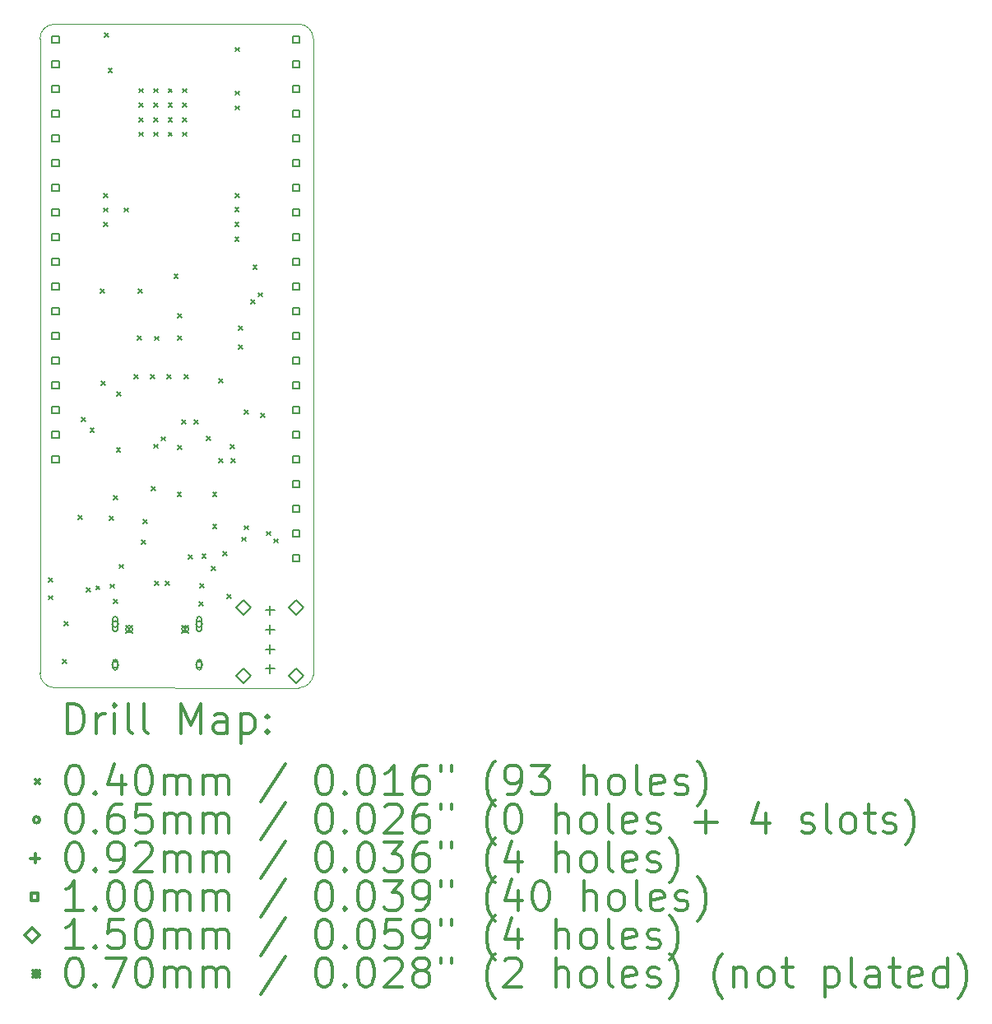
<source format=gbr>
%FSLAX45Y45*%
G04 Gerber Fmt 4.5, Leading zero omitted, Abs format (unit mm)*
G04 Created by KiCad (PCBNEW 5.1.5+dfsg1-2build2) date 2021-07-16 13:03:47*
%MOMM*%
%LPD*%
G04 APERTURE LIST*
%TA.AperFunction,Profile*%
%ADD10C,0.050000*%
%TD*%
%ADD11C,0.200000*%
%ADD12C,0.300000*%
G04 APERTURE END LIST*
D10*
X16582000Y-5792000D02*
X16582104Y-12315978D01*
X16715000Y-12465000D02*
X19246978Y-12467896D01*
X16715000Y-12465000D02*
G75*
G02X16582104Y-12315978I17104J149022D01*
G01*
X19396000Y-5792000D02*
X19396000Y-12335000D01*
X16732000Y-5642000D02*
X19245856Y-5641898D01*
X19396000Y-12335000D02*
G75*
G02X19246978Y-12467896I-149022J17104D01*
G01*
X16582000Y-5792000D02*
G75*
G02X16732000Y-5642000I150000J0D01*
G01*
X19245856Y-5641898D02*
G75*
G02X19396000Y-5792000I0J-150144D01*
G01*
D11*
X16670000Y-11340000D02*
X16710000Y-11380000D01*
X16710000Y-11340000D02*
X16670000Y-11380000D01*
X16670000Y-11520000D02*
X16710000Y-11560000D01*
X16710000Y-11520000D02*
X16670000Y-11560000D01*
X16815000Y-12179000D02*
X16855000Y-12219000D01*
X16855000Y-12179000D02*
X16815000Y-12219000D01*
X16835000Y-11789000D02*
X16875000Y-11829000D01*
X16875000Y-11789000D02*
X16835000Y-11829000D01*
X16976834Y-10695052D02*
X17016834Y-10735052D01*
X17016834Y-10695052D02*
X16976834Y-10735052D01*
X17010000Y-9690000D02*
X17050000Y-9730000D01*
X17050000Y-9690000D02*
X17010000Y-9730000D01*
X17060000Y-11440000D02*
X17100000Y-11480000D01*
X17100000Y-11440000D02*
X17060000Y-11480000D01*
X17100000Y-9800000D02*
X17140000Y-9840000D01*
X17140000Y-9800000D02*
X17100000Y-9840000D01*
X17160000Y-11420000D02*
X17200000Y-11460000D01*
X17200000Y-11420000D02*
X17160000Y-11460000D01*
X17208080Y-8365420D02*
X17248080Y-8405420D01*
X17248080Y-8365420D02*
X17208080Y-8405420D01*
X17215700Y-9317920D02*
X17255700Y-9357920D01*
X17255700Y-9317920D02*
X17215700Y-9357920D01*
X17237798Y-7683938D02*
X17277798Y-7723938D01*
X17277798Y-7683938D02*
X17237798Y-7723938D01*
X17238814Y-7532808D02*
X17278814Y-7572808D01*
X17278814Y-7532808D02*
X17238814Y-7572808D01*
X17239322Y-7386250D02*
X17279322Y-7426250D01*
X17279322Y-7386250D02*
X17239322Y-7426250D01*
X17244910Y-5735250D02*
X17284910Y-5775250D01*
X17284910Y-5735250D02*
X17244910Y-5775250D01*
X17285000Y-6100000D02*
X17325000Y-6140000D01*
X17325000Y-6100000D02*
X17285000Y-6140000D01*
X17296834Y-10705052D02*
X17336834Y-10745052D01*
X17336834Y-10705052D02*
X17296834Y-10745052D01*
X17307500Y-11402500D02*
X17347500Y-11442500D01*
X17347500Y-11402500D02*
X17307500Y-11442500D01*
X17340000Y-10490000D02*
X17380000Y-10530000D01*
X17380000Y-10490000D02*
X17340000Y-10530000D01*
X17342932Y-11559352D02*
X17382932Y-11599352D01*
X17382932Y-11559352D02*
X17342932Y-11599352D01*
X17370000Y-10000000D02*
X17410000Y-10040000D01*
X17410000Y-10000000D02*
X17370000Y-10040000D01*
X17376345Y-9423381D02*
X17416345Y-9463381D01*
X17416345Y-9423381D02*
X17376345Y-9463381D01*
X17400000Y-11200000D02*
X17440000Y-11240000D01*
X17440000Y-11200000D02*
X17400000Y-11240000D01*
X17450039Y-7532554D02*
X17490039Y-7572554D01*
X17490039Y-7532554D02*
X17450039Y-7572554D01*
X17550000Y-9250000D02*
X17590000Y-9290000D01*
X17590000Y-9250000D02*
X17550000Y-9290000D01*
X17589334Y-8850052D02*
X17629334Y-8890052D01*
X17629334Y-8850052D02*
X17589334Y-8890052D01*
X17594160Y-8365420D02*
X17634160Y-8405420D01*
X17634160Y-8365420D02*
X17594160Y-8405420D01*
X17603470Y-6304630D02*
X17643470Y-6344630D01*
X17643470Y-6304630D02*
X17603470Y-6344630D01*
X17603470Y-6454630D02*
X17643470Y-6494630D01*
X17643470Y-6454630D02*
X17603470Y-6494630D01*
X17603470Y-6604630D02*
X17643470Y-6644630D01*
X17643470Y-6604630D02*
X17603470Y-6644630D01*
X17603470Y-6754630D02*
X17643470Y-6794630D01*
X17643470Y-6754630D02*
X17603470Y-6794630D01*
X17630000Y-10950000D02*
X17670000Y-10990000D01*
X17670000Y-10950000D02*
X17630000Y-10990000D01*
X17644938Y-10736138D02*
X17684938Y-10776138D01*
X17684938Y-10736138D02*
X17644938Y-10776138D01*
X17720000Y-9250000D02*
X17760000Y-9290000D01*
X17760000Y-9250000D02*
X17720000Y-9290000D01*
X17730000Y-10400000D02*
X17770000Y-10440000D01*
X17770000Y-10400000D02*
X17730000Y-10440000D01*
X17753470Y-6304630D02*
X17793470Y-6344630D01*
X17793470Y-6304630D02*
X17753470Y-6344630D01*
X17753470Y-6454630D02*
X17793470Y-6494630D01*
X17793470Y-6454630D02*
X17753470Y-6494630D01*
X17753470Y-6604630D02*
X17793470Y-6644630D01*
X17793470Y-6604630D02*
X17753470Y-6644630D01*
X17753470Y-6754630D02*
X17793470Y-6794630D01*
X17793470Y-6754630D02*
X17753470Y-6794630D01*
X17756405Y-9961913D02*
X17796405Y-10001913D01*
X17796405Y-9961913D02*
X17756405Y-10001913D01*
X17761800Y-8854370D02*
X17801800Y-8894370D01*
X17801800Y-8854370D02*
X17761800Y-8894370D01*
X17766898Y-11372572D02*
X17806898Y-11412572D01*
X17806898Y-11372572D02*
X17766898Y-11412572D01*
X17830651Y-9887667D02*
X17870651Y-9927667D01*
X17870651Y-9887667D02*
X17830651Y-9927667D01*
X17871898Y-11372572D02*
X17911898Y-11412572D01*
X17911898Y-11372572D02*
X17871898Y-11412572D01*
X17890000Y-9250000D02*
X17930000Y-9290000D01*
X17930000Y-9250000D02*
X17890000Y-9290000D01*
X17903470Y-6304630D02*
X17943470Y-6344630D01*
X17943470Y-6304630D02*
X17903470Y-6344630D01*
X17903470Y-6454630D02*
X17943470Y-6494630D01*
X17943470Y-6454630D02*
X17903470Y-6494630D01*
X17903470Y-6604630D02*
X17943470Y-6644630D01*
X17943470Y-6604630D02*
X17903470Y-6644630D01*
X17903470Y-6754630D02*
X17943470Y-6794630D01*
X17943470Y-6754630D02*
X17903470Y-6794630D01*
X17962968Y-8215052D02*
X18002968Y-8255052D01*
X18002968Y-8215052D02*
X17962968Y-8255052D01*
X17996474Y-10457500D02*
X18036474Y-10497500D01*
X18036474Y-10457500D02*
X17996474Y-10497500D01*
X17999250Y-8619290D02*
X18039250Y-8659290D01*
X18039250Y-8619290D02*
X17999250Y-8659290D01*
X17999250Y-8849290D02*
X18039250Y-8889290D01*
X18039250Y-8849290D02*
X17999250Y-8889290D01*
X18004348Y-9975154D02*
X18044348Y-10015154D01*
X18044348Y-9975154D02*
X18004348Y-10015154D01*
X18045500Y-9710000D02*
X18085500Y-9750000D01*
X18085500Y-9710000D02*
X18045500Y-9750000D01*
X18053470Y-6304630D02*
X18093470Y-6344630D01*
X18093470Y-6304630D02*
X18053470Y-6344630D01*
X18053470Y-6454630D02*
X18093470Y-6494630D01*
X18093470Y-6454630D02*
X18053470Y-6494630D01*
X18053470Y-6604630D02*
X18093470Y-6644630D01*
X18093470Y-6604630D02*
X18053470Y-6644630D01*
X18053470Y-6754630D02*
X18093470Y-6794630D01*
X18093470Y-6754630D02*
X18053470Y-6794630D01*
X18070000Y-9250000D02*
X18110000Y-9290000D01*
X18110000Y-9250000D02*
X18070000Y-9290000D01*
X18110000Y-11100000D02*
X18150000Y-11140000D01*
X18150000Y-11100000D02*
X18110000Y-11140000D01*
X18172500Y-9710000D02*
X18212500Y-9750000D01*
X18212500Y-9710000D02*
X18172500Y-9750000D01*
X18224312Y-11586022D02*
X18264312Y-11626022D01*
X18264312Y-11586022D02*
X18224312Y-11626022D01*
X18230000Y-11400000D02*
X18270000Y-11440000D01*
X18270000Y-11400000D02*
X18230000Y-11440000D01*
X18250000Y-11090000D02*
X18290000Y-11130000D01*
X18290000Y-11090000D02*
X18250000Y-11130000D01*
X18300000Y-9880000D02*
X18340000Y-9920000D01*
X18340000Y-9880000D02*
X18300000Y-9920000D01*
X18347502Y-11221024D02*
X18387502Y-11261024D01*
X18387502Y-11221024D02*
X18347502Y-11261024D01*
X18360000Y-10460000D02*
X18400000Y-10500000D01*
X18400000Y-10460000D02*
X18360000Y-10500000D01*
X18360000Y-10790000D02*
X18400000Y-10830000D01*
X18400000Y-10790000D02*
X18360000Y-10830000D01*
X18423956Y-10111044D02*
X18463956Y-10151044D01*
X18463956Y-10111044D02*
X18423956Y-10151044D01*
X18424232Y-9292520D02*
X18464232Y-9332520D01*
X18464232Y-9292520D02*
X18424232Y-9332520D01*
X18470000Y-11070000D02*
X18510000Y-11110000D01*
X18510000Y-11070000D02*
X18470000Y-11110000D01*
X18509554Y-11505250D02*
X18549554Y-11545250D01*
X18549554Y-11505250D02*
X18509554Y-11545250D01*
X18543500Y-9970000D02*
X18583500Y-10010000D01*
X18583500Y-9970000D02*
X18543500Y-10010000D01*
X18552500Y-10110000D02*
X18592500Y-10150000D01*
X18592500Y-10110000D02*
X18552500Y-10150000D01*
X18590348Y-7528744D02*
X18630348Y-7568744D01*
X18630348Y-7528744D02*
X18590348Y-7568744D01*
X18590348Y-7832528D02*
X18630348Y-7872528D01*
X18630348Y-7832528D02*
X18590348Y-7872528D01*
X18590602Y-7682922D02*
X18630602Y-7722922D01*
X18630602Y-7682922D02*
X18590602Y-7722922D01*
X18592126Y-5882062D02*
X18632126Y-5922062D01*
X18632126Y-5882062D02*
X18592126Y-5922062D01*
X18593396Y-7383710D02*
X18633396Y-7423710D01*
X18633396Y-7383710D02*
X18593396Y-7423710D01*
X18595428Y-6482010D02*
X18635428Y-6522010D01*
X18635428Y-6482010D02*
X18595428Y-6522010D01*
X18596444Y-6331134D02*
X18636444Y-6371134D01*
X18636444Y-6331134D02*
X18596444Y-6371134D01*
X18630480Y-8749976D02*
X18670480Y-8789976D01*
X18670480Y-8749976D02*
X18630480Y-8789976D01*
X18630480Y-8944032D02*
X18670480Y-8984032D01*
X18670480Y-8944032D02*
X18630480Y-8984032D01*
X18659668Y-10919780D02*
X18699668Y-10959780D01*
X18699668Y-10919780D02*
X18659668Y-10959780D01*
X18690000Y-9610000D02*
X18730000Y-9650000D01*
X18730000Y-9610000D02*
X18690000Y-9650000D01*
X18690000Y-10800000D02*
X18730000Y-10840000D01*
X18730000Y-10800000D02*
X18690000Y-10840000D01*
X18755641Y-8478625D02*
X18795641Y-8518625D01*
X18795641Y-8478625D02*
X18755641Y-8518625D01*
X18775260Y-8122596D02*
X18815260Y-8162596D01*
X18815260Y-8122596D02*
X18775260Y-8162596D01*
X18829887Y-8404379D02*
X18869887Y-8444379D01*
X18869887Y-8404379D02*
X18829887Y-8444379D01*
X18856264Y-9642414D02*
X18896264Y-9682414D01*
X18896264Y-9642414D02*
X18856264Y-9682414D01*
X18918455Y-10861321D02*
X18958455Y-10901321D01*
X18958455Y-10861321D02*
X18918455Y-10901321D01*
X18992701Y-10935567D02*
X19032701Y-10975567D01*
X19032701Y-10935567D02*
X18992701Y-10975567D01*
X17389898Y-11812862D02*
G75*
G03X17389898Y-11812862I-32500J0D01*
G01*
X17334898Y-11757862D02*
X17334898Y-11867862D01*
X17379898Y-11757862D02*
X17379898Y-11867862D01*
X17334898Y-11867862D02*
G75*
G03X17379898Y-11867862I22500J0D01*
G01*
X17379898Y-11757862D02*
G75*
G03X17334898Y-11757862I-22500J0D01*
G01*
X17389898Y-12230862D02*
G75*
G03X17389898Y-12230862I-32500J0D01*
G01*
X17334898Y-12200862D02*
X17334898Y-12260862D01*
X17379898Y-12200862D02*
X17379898Y-12260862D01*
X17334898Y-12260862D02*
G75*
G03X17379898Y-12260862I22500J0D01*
G01*
X17379898Y-12200862D02*
G75*
G03X17334898Y-12200862I-22500J0D01*
G01*
X18253898Y-11812862D02*
G75*
G03X18253898Y-11812862I-32500J0D01*
G01*
X18198898Y-11757862D02*
X18198898Y-11867862D01*
X18243898Y-11757862D02*
X18243898Y-11867862D01*
X18198898Y-11867862D02*
G75*
G03X18243898Y-11867862I22500J0D01*
G01*
X18243898Y-11757862D02*
G75*
G03X18198898Y-11757862I-22500J0D01*
G01*
X18253898Y-12230862D02*
G75*
G03X18253898Y-12230862I-32500J0D01*
G01*
X18198898Y-12200862D02*
X18198898Y-12260862D01*
X18243898Y-12200862D02*
X18243898Y-12260862D01*
X18198898Y-12260862D02*
G75*
G03X18243898Y-12260862I22500J0D01*
G01*
X18243898Y-12200862D02*
G75*
G03X18198898Y-12200862I-22500J0D01*
G01*
X18950000Y-11624000D02*
X18950000Y-11716000D01*
X18904000Y-11670000D02*
X18996000Y-11670000D01*
X18950000Y-11824000D02*
X18950000Y-11916000D01*
X18904000Y-11870000D02*
X18996000Y-11870000D01*
X18950000Y-12024000D02*
X18950000Y-12116000D01*
X18904000Y-12070000D02*
X18996000Y-12070000D01*
X18950000Y-12224000D02*
X18950000Y-12316000D01*
X18904000Y-12270000D02*
X18996000Y-12270000D01*
X16778356Y-5836856D02*
X16778356Y-5766144D01*
X16707644Y-5766144D01*
X16707644Y-5836856D01*
X16778356Y-5836856D01*
X16778356Y-6090856D02*
X16778356Y-6020144D01*
X16707644Y-6020144D01*
X16707644Y-6090856D01*
X16778356Y-6090856D01*
X16778356Y-6344856D02*
X16778356Y-6274144D01*
X16707644Y-6274144D01*
X16707644Y-6344856D01*
X16778356Y-6344856D01*
X16778356Y-6598856D02*
X16778356Y-6528144D01*
X16707644Y-6528144D01*
X16707644Y-6598856D01*
X16778356Y-6598856D01*
X16778356Y-6852856D02*
X16778356Y-6782144D01*
X16707644Y-6782144D01*
X16707644Y-6852856D01*
X16778356Y-6852856D01*
X16778356Y-7106856D02*
X16778356Y-7036144D01*
X16707644Y-7036144D01*
X16707644Y-7106856D01*
X16778356Y-7106856D01*
X16778356Y-7360856D02*
X16778356Y-7290144D01*
X16707644Y-7290144D01*
X16707644Y-7360856D01*
X16778356Y-7360856D01*
X16778356Y-7614856D02*
X16778356Y-7544144D01*
X16707644Y-7544144D01*
X16707644Y-7614856D01*
X16778356Y-7614856D01*
X16778356Y-7868856D02*
X16778356Y-7798144D01*
X16707644Y-7798144D01*
X16707644Y-7868856D01*
X16778356Y-7868856D01*
X16778356Y-8122856D02*
X16778356Y-8052144D01*
X16707644Y-8052144D01*
X16707644Y-8122856D01*
X16778356Y-8122856D01*
X16778356Y-8376856D02*
X16778356Y-8306144D01*
X16707644Y-8306144D01*
X16707644Y-8376856D01*
X16778356Y-8376856D01*
X16778356Y-8630856D02*
X16778356Y-8560144D01*
X16707644Y-8560144D01*
X16707644Y-8630856D01*
X16778356Y-8630856D01*
X16778356Y-8884856D02*
X16778356Y-8814144D01*
X16707644Y-8814144D01*
X16707644Y-8884856D01*
X16778356Y-8884856D01*
X16778356Y-9138856D02*
X16778356Y-9068144D01*
X16707644Y-9068144D01*
X16707644Y-9138856D01*
X16778356Y-9138856D01*
X16778356Y-9392856D02*
X16778356Y-9322144D01*
X16707644Y-9322144D01*
X16707644Y-9392856D01*
X16778356Y-9392856D01*
X16778356Y-9646856D02*
X16778356Y-9576144D01*
X16707644Y-9576144D01*
X16707644Y-9646856D01*
X16778356Y-9646856D01*
X16778356Y-9900856D02*
X16778356Y-9830144D01*
X16707644Y-9830144D01*
X16707644Y-9900856D01*
X16778356Y-9900856D01*
X16778356Y-10154856D02*
X16778356Y-10084144D01*
X16707644Y-10084144D01*
X16707644Y-10154856D01*
X16778356Y-10154856D01*
X19257356Y-5836856D02*
X19257356Y-5766144D01*
X19186644Y-5766144D01*
X19186644Y-5836856D01*
X19257356Y-5836856D01*
X19257356Y-6090856D02*
X19257356Y-6020144D01*
X19186644Y-6020144D01*
X19186644Y-6090856D01*
X19257356Y-6090856D01*
X19257356Y-6344856D02*
X19257356Y-6274144D01*
X19186644Y-6274144D01*
X19186644Y-6344856D01*
X19257356Y-6344856D01*
X19257356Y-6598856D02*
X19257356Y-6528144D01*
X19186644Y-6528144D01*
X19186644Y-6598856D01*
X19257356Y-6598856D01*
X19257356Y-6852856D02*
X19257356Y-6782144D01*
X19186644Y-6782144D01*
X19186644Y-6852856D01*
X19257356Y-6852856D01*
X19257356Y-7106856D02*
X19257356Y-7036144D01*
X19186644Y-7036144D01*
X19186644Y-7106856D01*
X19257356Y-7106856D01*
X19257356Y-7360856D02*
X19257356Y-7290144D01*
X19186644Y-7290144D01*
X19186644Y-7360856D01*
X19257356Y-7360856D01*
X19257356Y-7614856D02*
X19257356Y-7544144D01*
X19186644Y-7544144D01*
X19186644Y-7614856D01*
X19257356Y-7614856D01*
X19257356Y-7868856D02*
X19257356Y-7798144D01*
X19186644Y-7798144D01*
X19186644Y-7868856D01*
X19257356Y-7868856D01*
X19257356Y-8122856D02*
X19257356Y-8052144D01*
X19186644Y-8052144D01*
X19186644Y-8122856D01*
X19257356Y-8122856D01*
X19257356Y-8376856D02*
X19257356Y-8306144D01*
X19186644Y-8306144D01*
X19186644Y-8376856D01*
X19257356Y-8376856D01*
X19257356Y-8630856D02*
X19257356Y-8560144D01*
X19186644Y-8560144D01*
X19186644Y-8630856D01*
X19257356Y-8630856D01*
X19257356Y-8884856D02*
X19257356Y-8814144D01*
X19186644Y-8814144D01*
X19186644Y-8884856D01*
X19257356Y-8884856D01*
X19257356Y-9138856D02*
X19257356Y-9068144D01*
X19186644Y-9068144D01*
X19186644Y-9138856D01*
X19257356Y-9138856D01*
X19257356Y-9392856D02*
X19257356Y-9322144D01*
X19186644Y-9322144D01*
X19186644Y-9392856D01*
X19257356Y-9392856D01*
X19257356Y-9646856D02*
X19257356Y-9576144D01*
X19186644Y-9576144D01*
X19186644Y-9646856D01*
X19257356Y-9646856D01*
X19257356Y-9900856D02*
X19257356Y-9830144D01*
X19186644Y-9830144D01*
X19186644Y-9900856D01*
X19257356Y-9900856D01*
X19257356Y-10154856D02*
X19257356Y-10084144D01*
X19186644Y-10084144D01*
X19186644Y-10154856D01*
X19257356Y-10154856D01*
X19257356Y-10408856D02*
X19257356Y-10338144D01*
X19186644Y-10338144D01*
X19186644Y-10408856D01*
X19257356Y-10408856D01*
X19257356Y-10662856D02*
X19257356Y-10592144D01*
X19186644Y-10592144D01*
X19186644Y-10662856D01*
X19257356Y-10662856D01*
X19257356Y-10916856D02*
X19257356Y-10846144D01*
X19186644Y-10846144D01*
X19186644Y-10916856D01*
X19257356Y-10916856D01*
X19257356Y-11170856D02*
X19257356Y-11100144D01*
X19186644Y-11100144D01*
X19186644Y-11170856D01*
X19257356Y-11170856D01*
X18678000Y-11718000D02*
X18753000Y-11643000D01*
X18678000Y-11568000D01*
X18603000Y-11643000D01*
X18678000Y-11718000D01*
X18678000Y-12418000D02*
X18753000Y-12343000D01*
X18678000Y-12268000D01*
X18603000Y-12343000D01*
X18678000Y-12418000D01*
X19222000Y-11718000D02*
X19297000Y-11643000D01*
X19222000Y-11568000D01*
X19147000Y-11643000D01*
X19222000Y-11718000D01*
X19222000Y-12418000D02*
X19297000Y-12343000D01*
X19222000Y-12268000D01*
X19147000Y-12343000D01*
X19222000Y-12418000D01*
X17465398Y-11830862D02*
X17535398Y-11900862D01*
X17535398Y-11830862D02*
X17465398Y-11900862D01*
X17535398Y-11865862D02*
G75*
G03X17535398Y-11865862I-35000J0D01*
G01*
X18043398Y-11830862D02*
X18113398Y-11900862D01*
X18113398Y-11830862D02*
X18043398Y-11900862D01*
X18113398Y-11865862D02*
G75*
G03X18113398Y-11865862I-35000J0D01*
G01*
D12*
X16865928Y-12936110D02*
X16865928Y-12636110D01*
X16937357Y-12636110D01*
X16980214Y-12650396D01*
X17008786Y-12678967D01*
X17023071Y-12707539D01*
X17037357Y-12764681D01*
X17037357Y-12807539D01*
X17023071Y-12864681D01*
X17008786Y-12893253D01*
X16980214Y-12921824D01*
X16937357Y-12936110D01*
X16865928Y-12936110D01*
X17165928Y-12936110D02*
X17165928Y-12736110D01*
X17165928Y-12793253D02*
X17180214Y-12764681D01*
X17194500Y-12750396D01*
X17223071Y-12736110D01*
X17251643Y-12736110D01*
X17351643Y-12936110D02*
X17351643Y-12736110D01*
X17351643Y-12636110D02*
X17337357Y-12650396D01*
X17351643Y-12664681D01*
X17365928Y-12650396D01*
X17351643Y-12636110D01*
X17351643Y-12664681D01*
X17537357Y-12936110D02*
X17508786Y-12921824D01*
X17494500Y-12893253D01*
X17494500Y-12636110D01*
X17694500Y-12936110D02*
X17665928Y-12921824D01*
X17651643Y-12893253D01*
X17651643Y-12636110D01*
X18037357Y-12936110D02*
X18037357Y-12636110D01*
X18137357Y-12850396D01*
X18237357Y-12636110D01*
X18237357Y-12936110D01*
X18508786Y-12936110D02*
X18508786Y-12778967D01*
X18494500Y-12750396D01*
X18465928Y-12736110D01*
X18408786Y-12736110D01*
X18380214Y-12750396D01*
X18508786Y-12921824D02*
X18480214Y-12936110D01*
X18408786Y-12936110D01*
X18380214Y-12921824D01*
X18365928Y-12893253D01*
X18365928Y-12864681D01*
X18380214Y-12836110D01*
X18408786Y-12821824D01*
X18480214Y-12821824D01*
X18508786Y-12807539D01*
X18651643Y-12736110D02*
X18651643Y-13036110D01*
X18651643Y-12750396D02*
X18680214Y-12736110D01*
X18737357Y-12736110D01*
X18765928Y-12750396D01*
X18780214Y-12764681D01*
X18794500Y-12793253D01*
X18794500Y-12878967D01*
X18780214Y-12907539D01*
X18765928Y-12921824D01*
X18737357Y-12936110D01*
X18680214Y-12936110D01*
X18651643Y-12921824D01*
X18923071Y-12907539D02*
X18937357Y-12921824D01*
X18923071Y-12936110D01*
X18908786Y-12921824D01*
X18923071Y-12907539D01*
X18923071Y-12936110D01*
X18923071Y-12750396D02*
X18937357Y-12764681D01*
X18923071Y-12778967D01*
X18908786Y-12764681D01*
X18923071Y-12750396D01*
X18923071Y-12778967D01*
X16539500Y-13410396D02*
X16579500Y-13450396D01*
X16579500Y-13410396D02*
X16539500Y-13450396D01*
X16923071Y-13266110D02*
X16951643Y-13266110D01*
X16980214Y-13280396D01*
X16994500Y-13294681D01*
X17008786Y-13323253D01*
X17023071Y-13380396D01*
X17023071Y-13451824D01*
X17008786Y-13508967D01*
X16994500Y-13537539D01*
X16980214Y-13551824D01*
X16951643Y-13566110D01*
X16923071Y-13566110D01*
X16894500Y-13551824D01*
X16880214Y-13537539D01*
X16865928Y-13508967D01*
X16851643Y-13451824D01*
X16851643Y-13380396D01*
X16865928Y-13323253D01*
X16880214Y-13294681D01*
X16894500Y-13280396D01*
X16923071Y-13266110D01*
X17151643Y-13537539D02*
X17165928Y-13551824D01*
X17151643Y-13566110D01*
X17137357Y-13551824D01*
X17151643Y-13537539D01*
X17151643Y-13566110D01*
X17423071Y-13366110D02*
X17423071Y-13566110D01*
X17351643Y-13251824D02*
X17280214Y-13466110D01*
X17465928Y-13466110D01*
X17637357Y-13266110D02*
X17665928Y-13266110D01*
X17694500Y-13280396D01*
X17708786Y-13294681D01*
X17723071Y-13323253D01*
X17737357Y-13380396D01*
X17737357Y-13451824D01*
X17723071Y-13508967D01*
X17708786Y-13537539D01*
X17694500Y-13551824D01*
X17665928Y-13566110D01*
X17637357Y-13566110D01*
X17608786Y-13551824D01*
X17594500Y-13537539D01*
X17580214Y-13508967D01*
X17565928Y-13451824D01*
X17565928Y-13380396D01*
X17580214Y-13323253D01*
X17594500Y-13294681D01*
X17608786Y-13280396D01*
X17637357Y-13266110D01*
X17865928Y-13566110D02*
X17865928Y-13366110D01*
X17865928Y-13394681D02*
X17880214Y-13380396D01*
X17908786Y-13366110D01*
X17951643Y-13366110D01*
X17980214Y-13380396D01*
X17994500Y-13408967D01*
X17994500Y-13566110D01*
X17994500Y-13408967D02*
X18008786Y-13380396D01*
X18037357Y-13366110D01*
X18080214Y-13366110D01*
X18108786Y-13380396D01*
X18123071Y-13408967D01*
X18123071Y-13566110D01*
X18265928Y-13566110D02*
X18265928Y-13366110D01*
X18265928Y-13394681D02*
X18280214Y-13380396D01*
X18308786Y-13366110D01*
X18351643Y-13366110D01*
X18380214Y-13380396D01*
X18394500Y-13408967D01*
X18394500Y-13566110D01*
X18394500Y-13408967D02*
X18408786Y-13380396D01*
X18437357Y-13366110D01*
X18480214Y-13366110D01*
X18508786Y-13380396D01*
X18523071Y-13408967D01*
X18523071Y-13566110D01*
X19108786Y-13251824D02*
X18851643Y-13637539D01*
X19494500Y-13266110D02*
X19523071Y-13266110D01*
X19551643Y-13280396D01*
X19565928Y-13294681D01*
X19580214Y-13323253D01*
X19594500Y-13380396D01*
X19594500Y-13451824D01*
X19580214Y-13508967D01*
X19565928Y-13537539D01*
X19551643Y-13551824D01*
X19523071Y-13566110D01*
X19494500Y-13566110D01*
X19465928Y-13551824D01*
X19451643Y-13537539D01*
X19437357Y-13508967D01*
X19423071Y-13451824D01*
X19423071Y-13380396D01*
X19437357Y-13323253D01*
X19451643Y-13294681D01*
X19465928Y-13280396D01*
X19494500Y-13266110D01*
X19723071Y-13537539D02*
X19737357Y-13551824D01*
X19723071Y-13566110D01*
X19708786Y-13551824D01*
X19723071Y-13537539D01*
X19723071Y-13566110D01*
X19923071Y-13266110D02*
X19951643Y-13266110D01*
X19980214Y-13280396D01*
X19994500Y-13294681D01*
X20008786Y-13323253D01*
X20023071Y-13380396D01*
X20023071Y-13451824D01*
X20008786Y-13508967D01*
X19994500Y-13537539D01*
X19980214Y-13551824D01*
X19951643Y-13566110D01*
X19923071Y-13566110D01*
X19894500Y-13551824D01*
X19880214Y-13537539D01*
X19865928Y-13508967D01*
X19851643Y-13451824D01*
X19851643Y-13380396D01*
X19865928Y-13323253D01*
X19880214Y-13294681D01*
X19894500Y-13280396D01*
X19923071Y-13266110D01*
X20308786Y-13566110D02*
X20137357Y-13566110D01*
X20223071Y-13566110D02*
X20223071Y-13266110D01*
X20194500Y-13308967D01*
X20165928Y-13337539D01*
X20137357Y-13351824D01*
X20565928Y-13266110D02*
X20508786Y-13266110D01*
X20480214Y-13280396D01*
X20465928Y-13294681D01*
X20437357Y-13337539D01*
X20423071Y-13394681D01*
X20423071Y-13508967D01*
X20437357Y-13537539D01*
X20451643Y-13551824D01*
X20480214Y-13566110D01*
X20537357Y-13566110D01*
X20565928Y-13551824D01*
X20580214Y-13537539D01*
X20594500Y-13508967D01*
X20594500Y-13437539D01*
X20580214Y-13408967D01*
X20565928Y-13394681D01*
X20537357Y-13380396D01*
X20480214Y-13380396D01*
X20451643Y-13394681D01*
X20437357Y-13408967D01*
X20423071Y-13437539D01*
X20708786Y-13266110D02*
X20708786Y-13323253D01*
X20823071Y-13266110D02*
X20823071Y-13323253D01*
X21265928Y-13680396D02*
X21251643Y-13666110D01*
X21223071Y-13623253D01*
X21208786Y-13594681D01*
X21194500Y-13551824D01*
X21180214Y-13480396D01*
X21180214Y-13423253D01*
X21194500Y-13351824D01*
X21208786Y-13308967D01*
X21223071Y-13280396D01*
X21251643Y-13237539D01*
X21265928Y-13223253D01*
X21394500Y-13566110D02*
X21451643Y-13566110D01*
X21480214Y-13551824D01*
X21494500Y-13537539D01*
X21523071Y-13494681D01*
X21537357Y-13437539D01*
X21537357Y-13323253D01*
X21523071Y-13294681D01*
X21508786Y-13280396D01*
X21480214Y-13266110D01*
X21423071Y-13266110D01*
X21394500Y-13280396D01*
X21380214Y-13294681D01*
X21365928Y-13323253D01*
X21365928Y-13394681D01*
X21380214Y-13423253D01*
X21394500Y-13437539D01*
X21423071Y-13451824D01*
X21480214Y-13451824D01*
X21508786Y-13437539D01*
X21523071Y-13423253D01*
X21537357Y-13394681D01*
X21637357Y-13266110D02*
X21823071Y-13266110D01*
X21723071Y-13380396D01*
X21765928Y-13380396D01*
X21794500Y-13394681D01*
X21808786Y-13408967D01*
X21823071Y-13437539D01*
X21823071Y-13508967D01*
X21808786Y-13537539D01*
X21794500Y-13551824D01*
X21765928Y-13566110D01*
X21680214Y-13566110D01*
X21651643Y-13551824D01*
X21637357Y-13537539D01*
X22180214Y-13566110D02*
X22180214Y-13266110D01*
X22308786Y-13566110D02*
X22308786Y-13408967D01*
X22294500Y-13380396D01*
X22265928Y-13366110D01*
X22223071Y-13366110D01*
X22194500Y-13380396D01*
X22180214Y-13394681D01*
X22494500Y-13566110D02*
X22465928Y-13551824D01*
X22451643Y-13537539D01*
X22437357Y-13508967D01*
X22437357Y-13423253D01*
X22451643Y-13394681D01*
X22465928Y-13380396D01*
X22494500Y-13366110D01*
X22537357Y-13366110D01*
X22565928Y-13380396D01*
X22580214Y-13394681D01*
X22594500Y-13423253D01*
X22594500Y-13508967D01*
X22580214Y-13537539D01*
X22565928Y-13551824D01*
X22537357Y-13566110D01*
X22494500Y-13566110D01*
X22765928Y-13566110D02*
X22737357Y-13551824D01*
X22723071Y-13523253D01*
X22723071Y-13266110D01*
X22994500Y-13551824D02*
X22965928Y-13566110D01*
X22908786Y-13566110D01*
X22880214Y-13551824D01*
X22865928Y-13523253D01*
X22865928Y-13408967D01*
X22880214Y-13380396D01*
X22908786Y-13366110D01*
X22965928Y-13366110D01*
X22994500Y-13380396D01*
X23008786Y-13408967D01*
X23008786Y-13437539D01*
X22865928Y-13466110D01*
X23123071Y-13551824D02*
X23151643Y-13566110D01*
X23208786Y-13566110D01*
X23237357Y-13551824D01*
X23251643Y-13523253D01*
X23251643Y-13508967D01*
X23237357Y-13480396D01*
X23208786Y-13466110D01*
X23165928Y-13466110D01*
X23137357Y-13451824D01*
X23123071Y-13423253D01*
X23123071Y-13408967D01*
X23137357Y-13380396D01*
X23165928Y-13366110D01*
X23208786Y-13366110D01*
X23237357Y-13380396D01*
X23351643Y-13680396D02*
X23365928Y-13666110D01*
X23394500Y-13623253D01*
X23408786Y-13594681D01*
X23423071Y-13551824D01*
X23437357Y-13480396D01*
X23437357Y-13423253D01*
X23423071Y-13351824D01*
X23408786Y-13308967D01*
X23394500Y-13280396D01*
X23365928Y-13237539D01*
X23351643Y-13223253D01*
X16579500Y-13826396D02*
G75*
G03X16579500Y-13826396I-32500J0D01*
G01*
X16923071Y-13662110D02*
X16951643Y-13662110D01*
X16980214Y-13676396D01*
X16994500Y-13690681D01*
X17008786Y-13719253D01*
X17023071Y-13776396D01*
X17023071Y-13847824D01*
X17008786Y-13904967D01*
X16994500Y-13933539D01*
X16980214Y-13947824D01*
X16951643Y-13962110D01*
X16923071Y-13962110D01*
X16894500Y-13947824D01*
X16880214Y-13933539D01*
X16865928Y-13904967D01*
X16851643Y-13847824D01*
X16851643Y-13776396D01*
X16865928Y-13719253D01*
X16880214Y-13690681D01*
X16894500Y-13676396D01*
X16923071Y-13662110D01*
X17151643Y-13933539D02*
X17165928Y-13947824D01*
X17151643Y-13962110D01*
X17137357Y-13947824D01*
X17151643Y-13933539D01*
X17151643Y-13962110D01*
X17423071Y-13662110D02*
X17365928Y-13662110D01*
X17337357Y-13676396D01*
X17323071Y-13690681D01*
X17294500Y-13733539D01*
X17280214Y-13790681D01*
X17280214Y-13904967D01*
X17294500Y-13933539D01*
X17308786Y-13947824D01*
X17337357Y-13962110D01*
X17394500Y-13962110D01*
X17423071Y-13947824D01*
X17437357Y-13933539D01*
X17451643Y-13904967D01*
X17451643Y-13833539D01*
X17437357Y-13804967D01*
X17423071Y-13790681D01*
X17394500Y-13776396D01*
X17337357Y-13776396D01*
X17308786Y-13790681D01*
X17294500Y-13804967D01*
X17280214Y-13833539D01*
X17723071Y-13662110D02*
X17580214Y-13662110D01*
X17565928Y-13804967D01*
X17580214Y-13790681D01*
X17608786Y-13776396D01*
X17680214Y-13776396D01*
X17708786Y-13790681D01*
X17723071Y-13804967D01*
X17737357Y-13833539D01*
X17737357Y-13904967D01*
X17723071Y-13933539D01*
X17708786Y-13947824D01*
X17680214Y-13962110D01*
X17608786Y-13962110D01*
X17580214Y-13947824D01*
X17565928Y-13933539D01*
X17865928Y-13962110D02*
X17865928Y-13762110D01*
X17865928Y-13790681D02*
X17880214Y-13776396D01*
X17908786Y-13762110D01*
X17951643Y-13762110D01*
X17980214Y-13776396D01*
X17994500Y-13804967D01*
X17994500Y-13962110D01*
X17994500Y-13804967D02*
X18008786Y-13776396D01*
X18037357Y-13762110D01*
X18080214Y-13762110D01*
X18108786Y-13776396D01*
X18123071Y-13804967D01*
X18123071Y-13962110D01*
X18265928Y-13962110D02*
X18265928Y-13762110D01*
X18265928Y-13790681D02*
X18280214Y-13776396D01*
X18308786Y-13762110D01*
X18351643Y-13762110D01*
X18380214Y-13776396D01*
X18394500Y-13804967D01*
X18394500Y-13962110D01*
X18394500Y-13804967D02*
X18408786Y-13776396D01*
X18437357Y-13762110D01*
X18480214Y-13762110D01*
X18508786Y-13776396D01*
X18523071Y-13804967D01*
X18523071Y-13962110D01*
X19108786Y-13647824D02*
X18851643Y-14033539D01*
X19494500Y-13662110D02*
X19523071Y-13662110D01*
X19551643Y-13676396D01*
X19565928Y-13690681D01*
X19580214Y-13719253D01*
X19594500Y-13776396D01*
X19594500Y-13847824D01*
X19580214Y-13904967D01*
X19565928Y-13933539D01*
X19551643Y-13947824D01*
X19523071Y-13962110D01*
X19494500Y-13962110D01*
X19465928Y-13947824D01*
X19451643Y-13933539D01*
X19437357Y-13904967D01*
X19423071Y-13847824D01*
X19423071Y-13776396D01*
X19437357Y-13719253D01*
X19451643Y-13690681D01*
X19465928Y-13676396D01*
X19494500Y-13662110D01*
X19723071Y-13933539D02*
X19737357Y-13947824D01*
X19723071Y-13962110D01*
X19708786Y-13947824D01*
X19723071Y-13933539D01*
X19723071Y-13962110D01*
X19923071Y-13662110D02*
X19951643Y-13662110D01*
X19980214Y-13676396D01*
X19994500Y-13690681D01*
X20008786Y-13719253D01*
X20023071Y-13776396D01*
X20023071Y-13847824D01*
X20008786Y-13904967D01*
X19994500Y-13933539D01*
X19980214Y-13947824D01*
X19951643Y-13962110D01*
X19923071Y-13962110D01*
X19894500Y-13947824D01*
X19880214Y-13933539D01*
X19865928Y-13904967D01*
X19851643Y-13847824D01*
X19851643Y-13776396D01*
X19865928Y-13719253D01*
X19880214Y-13690681D01*
X19894500Y-13676396D01*
X19923071Y-13662110D01*
X20137357Y-13690681D02*
X20151643Y-13676396D01*
X20180214Y-13662110D01*
X20251643Y-13662110D01*
X20280214Y-13676396D01*
X20294500Y-13690681D01*
X20308786Y-13719253D01*
X20308786Y-13747824D01*
X20294500Y-13790681D01*
X20123071Y-13962110D01*
X20308786Y-13962110D01*
X20565928Y-13662110D02*
X20508786Y-13662110D01*
X20480214Y-13676396D01*
X20465928Y-13690681D01*
X20437357Y-13733539D01*
X20423071Y-13790681D01*
X20423071Y-13904967D01*
X20437357Y-13933539D01*
X20451643Y-13947824D01*
X20480214Y-13962110D01*
X20537357Y-13962110D01*
X20565928Y-13947824D01*
X20580214Y-13933539D01*
X20594500Y-13904967D01*
X20594500Y-13833539D01*
X20580214Y-13804967D01*
X20565928Y-13790681D01*
X20537357Y-13776396D01*
X20480214Y-13776396D01*
X20451643Y-13790681D01*
X20437357Y-13804967D01*
X20423071Y-13833539D01*
X20708786Y-13662110D02*
X20708786Y-13719253D01*
X20823071Y-13662110D02*
X20823071Y-13719253D01*
X21265928Y-14076396D02*
X21251643Y-14062110D01*
X21223071Y-14019253D01*
X21208786Y-13990681D01*
X21194500Y-13947824D01*
X21180214Y-13876396D01*
X21180214Y-13819253D01*
X21194500Y-13747824D01*
X21208786Y-13704967D01*
X21223071Y-13676396D01*
X21251643Y-13633539D01*
X21265928Y-13619253D01*
X21437357Y-13662110D02*
X21465928Y-13662110D01*
X21494500Y-13676396D01*
X21508786Y-13690681D01*
X21523071Y-13719253D01*
X21537357Y-13776396D01*
X21537357Y-13847824D01*
X21523071Y-13904967D01*
X21508786Y-13933539D01*
X21494500Y-13947824D01*
X21465928Y-13962110D01*
X21437357Y-13962110D01*
X21408786Y-13947824D01*
X21394500Y-13933539D01*
X21380214Y-13904967D01*
X21365928Y-13847824D01*
X21365928Y-13776396D01*
X21380214Y-13719253D01*
X21394500Y-13690681D01*
X21408786Y-13676396D01*
X21437357Y-13662110D01*
X21894500Y-13962110D02*
X21894500Y-13662110D01*
X22023071Y-13962110D02*
X22023071Y-13804967D01*
X22008786Y-13776396D01*
X21980214Y-13762110D01*
X21937357Y-13762110D01*
X21908786Y-13776396D01*
X21894500Y-13790681D01*
X22208786Y-13962110D02*
X22180214Y-13947824D01*
X22165928Y-13933539D01*
X22151643Y-13904967D01*
X22151643Y-13819253D01*
X22165928Y-13790681D01*
X22180214Y-13776396D01*
X22208786Y-13762110D01*
X22251643Y-13762110D01*
X22280214Y-13776396D01*
X22294500Y-13790681D01*
X22308786Y-13819253D01*
X22308786Y-13904967D01*
X22294500Y-13933539D01*
X22280214Y-13947824D01*
X22251643Y-13962110D01*
X22208786Y-13962110D01*
X22480214Y-13962110D02*
X22451643Y-13947824D01*
X22437357Y-13919253D01*
X22437357Y-13662110D01*
X22708786Y-13947824D02*
X22680214Y-13962110D01*
X22623071Y-13962110D01*
X22594500Y-13947824D01*
X22580214Y-13919253D01*
X22580214Y-13804967D01*
X22594500Y-13776396D01*
X22623071Y-13762110D01*
X22680214Y-13762110D01*
X22708786Y-13776396D01*
X22723071Y-13804967D01*
X22723071Y-13833539D01*
X22580214Y-13862110D01*
X22837357Y-13947824D02*
X22865928Y-13962110D01*
X22923071Y-13962110D01*
X22951643Y-13947824D01*
X22965928Y-13919253D01*
X22965928Y-13904967D01*
X22951643Y-13876396D01*
X22923071Y-13862110D01*
X22880214Y-13862110D01*
X22851643Y-13847824D01*
X22837357Y-13819253D01*
X22837357Y-13804967D01*
X22851643Y-13776396D01*
X22880214Y-13762110D01*
X22923071Y-13762110D01*
X22951643Y-13776396D01*
X23323071Y-13847824D02*
X23551643Y-13847824D01*
X23437357Y-13962110D02*
X23437357Y-13733539D01*
X24051643Y-13762110D02*
X24051643Y-13962110D01*
X23980214Y-13647824D02*
X23908786Y-13862110D01*
X24094500Y-13862110D01*
X24423071Y-13947824D02*
X24451643Y-13962110D01*
X24508786Y-13962110D01*
X24537357Y-13947824D01*
X24551643Y-13919253D01*
X24551643Y-13904967D01*
X24537357Y-13876396D01*
X24508786Y-13862110D01*
X24465928Y-13862110D01*
X24437357Y-13847824D01*
X24423071Y-13819253D01*
X24423071Y-13804967D01*
X24437357Y-13776396D01*
X24465928Y-13762110D01*
X24508786Y-13762110D01*
X24537357Y-13776396D01*
X24723071Y-13962110D02*
X24694500Y-13947824D01*
X24680214Y-13919253D01*
X24680214Y-13662110D01*
X24880214Y-13962110D02*
X24851643Y-13947824D01*
X24837357Y-13933539D01*
X24823071Y-13904967D01*
X24823071Y-13819253D01*
X24837357Y-13790681D01*
X24851643Y-13776396D01*
X24880214Y-13762110D01*
X24923071Y-13762110D01*
X24951643Y-13776396D01*
X24965928Y-13790681D01*
X24980214Y-13819253D01*
X24980214Y-13904967D01*
X24965928Y-13933539D01*
X24951643Y-13947824D01*
X24923071Y-13962110D01*
X24880214Y-13962110D01*
X25065928Y-13762110D02*
X25180214Y-13762110D01*
X25108786Y-13662110D02*
X25108786Y-13919253D01*
X25123071Y-13947824D01*
X25151643Y-13962110D01*
X25180214Y-13962110D01*
X25265928Y-13947824D02*
X25294500Y-13962110D01*
X25351643Y-13962110D01*
X25380214Y-13947824D01*
X25394500Y-13919253D01*
X25394500Y-13904967D01*
X25380214Y-13876396D01*
X25351643Y-13862110D01*
X25308786Y-13862110D01*
X25280214Y-13847824D01*
X25265928Y-13819253D01*
X25265928Y-13804967D01*
X25280214Y-13776396D01*
X25308786Y-13762110D01*
X25351643Y-13762110D01*
X25380214Y-13776396D01*
X25494500Y-14076396D02*
X25508786Y-14062110D01*
X25537357Y-14019253D01*
X25551643Y-13990681D01*
X25565928Y-13947824D01*
X25580214Y-13876396D01*
X25580214Y-13819253D01*
X25565928Y-13747824D01*
X25551643Y-13704967D01*
X25537357Y-13676396D01*
X25508786Y-13633539D01*
X25494500Y-13619253D01*
X16533500Y-14176396D02*
X16533500Y-14268396D01*
X16487500Y-14222396D02*
X16579500Y-14222396D01*
X16923071Y-14058110D02*
X16951643Y-14058110D01*
X16980214Y-14072396D01*
X16994500Y-14086681D01*
X17008786Y-14115253D01*
X17023071Y-14172396D01*
X17023071Y-14243824D01*
X17008786Y-14300967D01*
X16994500Y-14329539D01*
X16980214Y-14343824D01*
X16951643Y-14358110D01*
X16923071Y-14358110D01*
X16894500Y-14343824D01*
X16880214Y-14329539D01*
X16865928Y-14300967D01*
X16851643Y-14243824D01*
X16851643Y-14172396D01*
X16865928Y-14115253D01*
X16880214Y-14086681D01*
X16894500Y-14072396D01*
X16923071Y-14058110D01*
X17151643Y-14329539D02*
X17165928Y-14343824D01*
X17151643Y-14358110D01*
X17137357Y-14343824D01*
X17151643Y-14329539D01*
X17151643Y-14358110D01*
X17308786Y-14358110D02*
X17365928Y-14358110D01*
X17394500Y-14343824D01*
X17408786Y-14329539D01*
X17437357Y-14286681D01*
X17451643Y-14229539D01*
X17451643Y-14115253D01*
X17437357Y-14086681D01*
X17423071Y-14072396D01*
X17394500Y-14058110D01*
X17337357Y-14058110D01*
X17308786Y-14072396D01*
X17294500Y-14086681D01*
X17280214Y-14115253D01*
X17280214Y-14186681D01*
X17294500Y-14215253D01*
X17308786Y-14229539D01*
X17337357Y-14243824D01*
X17394500Y-14243824D01*
X17423071Y-14229539D01*
X17437357Y-14215253D01*
X17451643Y-14186681D01*
X17565928Y-14086681D02*
X17580214Y-14072396D01*
X17608786Y-14058110D01*
X17680214Y-14058110D01*
X17708786Y-14072396D01*
X17723071Y-14086681D01*
X17737357Y-14115253D01*
X17737357Y-14143824D01*
X17723071Y-14186681D01*
X17551643Y-14358110D01*
X17737357Y-14358110D01*
X17865928Y-14358110D02*
X17865928Y-14158110D01*
X17865928Y-14186681D02*
X17880214Y-14172396D01*
X17908786Y-14158110D01*
X17951643Y-14158110D01*
X17980214Y-14172396D01*
X17994500Y-14200967D01*
X17994500Y-14358110D01*
X17994500Y-14200967D02*
X18008786Y-14172396D01*
X18037357Y-14158110D01*
X18080214Y-14158110D01*
X18108786Y-14172396D01*
X18123071Y-14200967D01*
X18123071Y-14358110D01*
X18265928Y-14358110D02*
X18265928Y-14158110D01*
X18265928Y-14186681D02*
X18280214Y-14172396D01*
X18308786Y-14158110D01*
X18351643Y-14158110D01*
X18380214Y-14172396D01*
X18394500Y-14200967D01*
X18394500Y-14358110D01*
X18394500Y-14200967D02*
X18408786Y-14172396D01*
X18437357Y-14158110D01*
X18480214Y-14158110D01*
X18508786Y-14172396D01*
X18523071Y-14200967D01*
X18523071Y-14358110D01*
X19108786Y-14043824D02*
X18851643Y-14429539D01*
X19494500Y-14058110D02*
X19523071Y-14058110D01*
X19551643Y-14072396D01*
X19565928Y-14086681D01*
X19580214Y-14115253D01*
X19594500Y-14172396D01*
X19594500Y-14243824D01*
X19580214Y-14300967D01*
X19565928Y-14329539D01*
X19551643Y-14343824D01*
X19523071Y-14358110D01*
X19494500Y-14358110D01*
X19465928Y-14343824D01*
X19451643Y-14329539D01*
X19437357Y-14300967D01*
X19423071Y-14243824D01*
X19423071Y-14172396D01*
X19437357Y-14115253D01*
X19451643Y-14086681D01*
X19465928Y-14072396D01*
X19494500Y-14058110D01*
X19723071Y-14329539D02*
X19737357Y-14343824D01*
X19723071Y-14358110D01*
X19708786Y-14343824D01*
X19723071Y-14329539D01*
X19723071Y-14358110D01*
X19923071Y-14058110D02*
X19951643Y-14058110D01*
X19980214Y-14072396D01*
X19994500Y-14086681D01*
X20008786Y-14115253D01*
X20023071Y-14172396D01*
X20023071Y-14243824D01*
X20008786Y-14300967D01*
X19994500Y-14329539D01*
X19980214Y-14343824D01*
X19951643Y-14358110D01*
X19923071Y-14358110D01*
X19894500Y-14343824D01*
X19880214Y-14329539D01*
X19865928Y-14300967D01*
X19851643Y-14243824D01*
X19851643Y-14172396D01*
X19865928Y-14115253D01*
X19880214Y-14086681D01*
X19894500Y-14072396D01*
X19923071Y-14058110D01*
X20123071Y-14058110D02*
X20308786Y-14058110D01*
X20208786Y-14172396D01*
X20251643Y-14172396D01*
X20280214Y-14186681D01*
X20294500Y-14200967D01*
X20308786Y-14229539D01*
X20308786Y-14300967D01*
X20294500Y-14329539D01*
X20280214Y-14343824D01*
X20251643Y-14358110D01*
X20165928Y-14358110D01*
X20137357Y-14343824D01*
X20123071Y-14329539D01*
X20565928Y-14058110D02*
X20508786Y-14058110D01*
X20480214Y-14072396D01*
X20465928Y-14086681D01*
X20437357Y-14129539D01*
X20423071Y-14186681D01*
X20423071Y-14300967D01*
X20437357Y-14329539D01*
X20451643Y-14343824D01*
X20480214Y-14358110D01*
X20537357Y-14358110D01*
X20565928Y-14343824D01*
X20580214Y-14329539D01*
X20594500Y-14300967D01*
X20594500Y-14229539D01*
X20580214Y-14200967D01*
X20565928Y-14186681D01*
X20537357Y-14172396D01*
X20480214Y-14172396D01*
X20451643Y-14186681D01*
X20437357Y-14200967D01*
X20423071Y-14229539D01*
X20708786Y-14058110D02*
X20708786Y-14115253D01*
X20823071Y-14058110D02*
X20823071Y-14115253D01*
X21265928Y-14472396D02*
X21251643Y-14458110D01*
X21223071Y-14415253D01*
X21208786Y-14386681D01*
X21194500Y-14343824D01*
X21180214Y-14272396D01*
X21180214Y-14215253D01*
X21194500Y-14143824D01*
X21208786Y-14100967D01*
X21223071Y-14072396D01*
X21251643Y-14029539D01*
X21265928Y-14015253D01*
X21508786Y-14158110D02*
X21508786Y-14358110D01*
X21437357Y-14043824D02*
X21365928Y-14258110D01*
X21551643Y-14258110D01*
X21894500Y-14358110D02*
X21894500Y-14058110D01*
X22023071Y-14358110D02*
X22023071Y-14200967D01*
X22008786Y-14172396D01*
X21980214Y-14158110D01*
X21937357Y-14158110D01*
X21908786Y-14172396D01*
X21894500Y-14186681D01*
X22208786Y-14358110D02*
X22180214Y-14343824D01*
X22165928Y-14329539D01*
X22151643Y-14300967D01*
X22151643Y-14215253D01*
X22165928Y-14186681D01*
X22180214Y-14172396D01*
X22208786Y-14158110D01*
X22251643Y-14158110D01*
X22280214Y-14172396D01*
X22294500Y-14186681D01*
X22308786Y-14215253D01*
X22308786Y-14300967D01*
X22294500Y-14329539D01*
X22280214Y-14343824D01*
X22251643Y-14358110D01*
X22208786Y-14358110D01*
X22480214Y-14358110D02*
X22451643Y-14343824D01*
X22437357Y-14315253D01*
X22437357Y-14058110D01*
X22708786Y-14343824D02*
X22680214Y-14358110D01*
X22623071Y-14358110D01*
X22594500Y-14343824D01*
X22580214Y-14315253D01*
X22580214Y-14200967D01*
X22594500Y-14172396D01*
X22623071Y-14158110D01*
X22680214Y-14158110D01*
X22708786Y-14172396D01*
X22723071Y-14200967D01*
X22723071Y-14229539D01*
X22580214Y-14258110D01*
X22837357Y-14343824D02*
X22865928Y-14358110D01*
X22923071Y-14358110D01*
X22951643Y-14343824D01*
X22965928Y-14315253D01*
X22965928Y-14300967D01*
X22951643Y-14272396D01*
X22923071Y-14258110D01*
X22880214Y-14258110D01*
X22851643Y-14243824D01*
X22837357Y-14215253D01*
X22837357Y-14200967D01*
X22851643Y-14172396D01*
X22880214Y-14158110D01*
X22923071Y-14158110D01*
X22951643Y-14172396D01*
X23065928Y-14472396D02*
X23080214Y-14458110D01*
X23108786Y-14415253D01*
X23123071Y-14386681D01*
X23137357Y-14343824D01*
X23151643Y-14272396D01*
X23151643Y-14215253D01*
X23137357Y-14143824D01*
X23123071Y-14100967D01*
X23108786Y-14072396D01*
X23080214Y-14029539D01*
X23065928Y-14015253D01*
X16564856Y-14653751D02*
X16564856Y-14583040D01*
X16494144Y-14583040D01*
X16494144Y-14653751D01*
X16564856Y-14653751D01*
X17023071Y-14754110D02*
X16851643Y-14754110D01*
X16937357Y-14754110D02*
X16937357Y-14454110D01*
X16908786Y-14496967D01*
X16880214Y-14525539D01*
X16851643Y-14539824D01*
X17151643Y-14725539D02*
X17165928Y-14739824D01*
X17151643Y-14754110D01*
X17137357Y-14739824D01*
X17151643Y-14725539D01*
X17151643Y-14754110D01*
X17351643Y-14454110D02*
X17380214Y-14454110D01*
X17408786Y-14468396D01*
X17423071Y-14482681D01*
X17437357Y-14511253D01*
X17451643Y-14568396D01*
X17451643Y-14639824D01*
X17437357Y-14696967D01*
X17423071Y-14725539D01*
X17408786Y-14739824D01*
X17380214Y-14754110D01*
X17351643Y-14754110D01*
X17323071Y-14739824D01*
X17308786Y-14725539D01*
X17294500Y-14696967D01*
X17280214Y-14639824D01*
X17280214Y-14568396D01*
X17294500Y-14511253D01*
X17308786Y-14482681D01*
X17323071Y-14468396D01*
X17351643Y-14454110D01*
X17637357Y-14454110D02*
X17665928Y-14454110D01*
X17694500Y-14468396D01*
X17708786Y-14482681D01*
X17723071Y-14511253D01*
X17737357Y-14568396D01*
X17737357Y-14639824D01*
X17723071Y-14696967D01*
X17708786Y-14725539D01*
X17694500Y-14739824D01*
X17665928Y-14754110D01*
X17637357Y-14754110D01*
X17608786Y-14739824D01*
X17594500Y-14725539D01*
X17580214Y-14696967D01*
X17565928Y-14639824D01*
X17565928Y-14568396D01*
X17580214Y-14511253D01*
X17594500Y-14482681D01*
X17608786Y-14468396D01*
X17637357Y-14454110D01*
X17865928Y-14754110D02*
X17865928Y-14554110D01*
X17865928Y-14582681D02*
X17880214Y-14568396D01*
X17908786Y-14554110D01*
X17951643Y-14554110D01*
X17980214Y-14568396D01*
X17994500Y-14596967D01*
X17994500Y-14754110D01*
X17994500Y-14596967D02*
X18008786Y-14568396D01*
X18037357Y-14554110D01*
X18080214Y-14554110D01*
X18108786Y-14568396D01*
X18123071Y-14596967D01*
X18123071Y-14754110D01*
X18265928Y-14754110D02*
X18265928Y-14554110D01*
X18265928Y-14582681D02*
X18280214Y-14568396D01*
X18308786Y-14554110D01*
X18351643Y-14554110D01*
X18380214Y-14568396D01*
X18394500Y-14596967D01*
X18394500Y-14754110D01*
X18394500Y-14596967D02*
X18408786Y-14568396D01*
X18437357Y-14554110D01*
X18480214Y-14554110D01*
X18508786Y-14568396D01*
X18523071Y-14596967D01*
X18523071Y-14754110D01*
X19108786Y-14439824D02*
X18851643Y-14825539D01*
X19494500Y-14454110D02*
X19523071Y-14454110D01*
X19551643Y-14468396D01*
X19565928Y-14482681D01*
X19580214Y-14511253D01*
X19594500Y-14568396D01*
X19594500Y-14639824D01*
X19580214Y-14696967D01*
X19565928Y-14725539D01*
X19551643Y-14739824D01*
X19523071Y-14754110D01*
X19494500Y-14754110D01*
X19465928Y-14739824D01*
X19451643Y-14725539D01*
X19437357Y-14696967D01*
X19423071Y-14639824D01*
X19423071Y-14568396D01*
X19437357Y-14511253D01*
X19451643Y-14482681D01*
X19465928Y-14468396D01*
X19494500Y-14454110D01*
X19723071Y-14725539D02*
X19737357Y-14739824D01*
X19723071Y-14754110D01*
X19708786Y-14739824D01*
X19723071Y-14725539D01*
X19723071Y-14754110D01*
X19923071Y-14454110D02*
X19951643Y-14454110D01*
X19980214Y-14468396D01*
X19994500Y-14482681D01*
X20008786Y-14511253D01*
X20023071Y-14568396D01*
X20023071Y-14639824D01*
X20008786Y-14696967D01*
X19994500Y-14725539D01*
X19980214Y-14739824D01*
X19951643Y-14754110D01*
X19923071Y-14754110D01*
X19894500Y-14739824D01*
X19880214Y-14725539D01*
X19865928Y-14696967D01*
X19851643Y-14639824D01*
X19851643Y-14568396D01*
X19865928Y-14511253D01*
X19880214Y-14482681D01*
X19894500Y-14468396D01*
X19923071Y-14454110D01*
X20123071Y-14454110D02*
X20308786Y-14454110D01*
X20208786Y-14568396D01*
X20251643Y-14568396D01*
X20280214Y-14582681D01*
X20294500Y-14596967D01*
X20308786Y-14625539D01*
X20308786Y-14696967D01*
X20294500Y-14725539D01*
X20280214Y-14739824D01*
X20251643Y-14754110D01*
X20165928Y-14754110D01*
X20137357Y-14739824D01*
X20123071Y-14725539D01*
X20451643Y-14754110D02*
X20508786Y-14754110D01*
X20537357Y-14739824D01*
X20551643Y-14725539D01*
X20580214Y-14682681D01*
X20594500Y-14625539D01*
X20594500Y-14511253D01*
X20580214Y-14482681D01*
X20565928Y-14468396D01*
X20537357Y-14454110D01*
X20480214Y-14454110D01*
X20451643Y-14468396D01*
X20437357Y-14482681D01*
X20423071Y-14511253D01*
X20423071Y-14582681D01*
X20437357Y-14611253D01*
X20451643Y-14625539D01*
X20480214Y-14639824D01*
X20537357Y-14639824D01*
X20565928Y-14625539D01*
X20580214Y-14611253D01*
X20594500Y-14582681D01*
X20708786Y-14454110D02*
X20708786Y-14511253D01*
X20823071Y-14454110D02*
X20823071Y-14511253D01*
X21265928Y-14868396D02*
X21251643Y-14854110D01*
X21223071Y-14811253D01*
X21208786Y-14782681D01*
X21194500Y-14739824D01*
X21180214Y-14668396D01*
X21180214Y-14611253D01*
X21194500Y-14539824D01*
X21208786Y-14496967D01*
X21223071Y-14468396D01*
X21251643Y-14425539D01*
X21265928Y-14411253D01*
X21508786Y-14554110D02*
X21508786Y-14754110D01*
X21437357Y-14439824D02*
X21365928Y-14654110D01*
X21551643Y-14654110D01*
X21723071Y-14454110D02*
X21751643Y-14454110D01*
X21780214Y-14468396D01*
X21794500Y-14482681D01*
X21808786Y-14511253D01*
X21823071Y-14568396D01*
X21823071Y-14639824D01*
X21808786Y-14696967D01*
X21794500Y-14725539D01*
X21780214Y-14739824D01*
X21751643Y-14754110D01*
X21723071Y-14754110D01*
X21694500Y-14739824D01*
X21680214Y-14725539D01*
X21665928Y-14696967D01*
X21651643Y-14639824D01*
X21651643Y-14568396D01*
X21665928Y-14511253D01*
X21680214Y-14482681D01*
X21694500Y-14468396D01*
X21723071Y-14454110D01*
X22180214Y-14754110D02*
X22180214Y-14454110D01*
X22308786Y-14754110D02*
X22308786Y-14596967D01*
X22294500Y-14568396D01*
X22265928Y-14554110D01*
X22223071Y-14554110D01*
X22194500Y-14568396D01*
X22180214Y-14582681D01*
X22494500Y-14754110D02*
X22465928Y-14739824D01*
X22451643Y-14725539D01*
X22437357Y-14696967D01*
X22437357Y-14611253D01*
X22451643Y-14582681D01*
X22465928Y-14568396D01*
X22494500Y-14554110D01*
X22537357Y-14554110D01*
X22565928Y-14568396D01*
X22580214Y-14582681D01*
X22594500Y-14611253D01*
X22594500Y-14696967D01*
X22580214Y-14725539D01*
X22565928Y-14739824D01*
X22537357Y-14754110D01*
X22494500Y-14754110D01*
X22765928Y-14754110D02*
X22737357Y-14739824D01*
X22723071Y-14711253D01*
X22723071Y-14454110D01*
X22994500Y-14739824D02*
X22965928Y-14754110D01*
X22908786Y-14754110D01*
X22880214Y-14739824D01*
X22865928Y-14711253D01*
X22865928Y-14596967D01*
X22880214Y-14568396D01*
X22908786Y-14554110D01*
X22965928Y-14554110D01*
X22994500Y-14568396D01*
X23008786Y-14596967D01*
X23008786Y-14625539D01*
X22865928Y-14654110D01*
X23123071Y-14739824D02*
X23151643Y-14754110D01*
X23208786Y-14754110D01*
X23237357Y-14739824D01*
X23251643Y-14711253D01*
X23251643Y-14696967D01*
X23237357Y-14668396D01*
X23208786Y-14654110D01*
X23165928Y-14654110D01*
X23137357Y-14639824D01*
X23123071Y-14611253D01*
X23123071Y-14596967D01*
X23137357Y-14568396D01*
X23165928Y-14554110D01*
X23208786Y-14554110D01*
X23237357Y-14568396D01*
X23351643Y-14868396D02*
X23365928Y-14854110D01*
X23394500Y-14811253D01*
X23408786Y-14782681D01*
X23423071Y-14739824D01*
X23437357Y-14668396D01*
X23437357Y-14611253D01*
X23423071Y-14539824D01*
X23408786Y-14496967D01*
X23394500Y-14468396D01*
X23365928Y-14425539D01*
X23351643Y-14411253D01*
X16504500Y-15089396D02*
X16579500Y-15014396D01*
X16504500Y-14939396D01*
X16429500Y-15014396D01*
X16504500Y-15089396D01*
X17023071Y-15150110D02*
X16851643Y-15150110D01*
X16937357Y-15150110D02*
X16937357Y-14850110D01*
X16908786Y-14892967D01*
X16880214Y-14921539D01*
X16851643Y-14935824D01*
X17151643Y-15121539D02*
X17165928Y-15135824D01*
X17151643Y-15150110D01*
X17137357Y-15135824D01*
X17151643Y-15121539D01*
X17151643Y-15150110D01*
X17437357Y-14850110D02*
X17294500Y-14850110D01*
X17280214Y-14992967D01*
X17294500Y-14978681D01*
X17323071Y-14964396D01*
X17394500Y-14964396D01*
X17423071Y-14978681D01*
X17437357Y-14992967D01*
X17451643Y-15021539D01*
X17451643Y-15092967D01*
X17437357Y-15121539D01*
X17423071Y-15135824D01*
X17394500Y-15150110D01*
X17323071Y-15150110D01*
X17294500Y-15135824D01*
X17280214Y-15121539D01*
X17637357Y-14850110D02*
X17665928Y-14850110D01*
X17694500Y-14864396D01*
X17708786Y-14878681D01*
X17723071Y-14907253D01*
X17737357Y-14964396D01*
X17737357Y-15035824D01*
X17723071Y-15092967D01*
X17708786Y-15121539D01*
X17694500Y-15135824D01*
X17665928Y-15150110D01*
X17637357Y-15150110D01*
X17608786Y-15135824D01*
X17594500Y-15121539D01*
X17580214Y-15092967D01*
X17565928Y-15035824D01*
X17565928Y-14964396D01*
X17580214Y-14907253D01*
X17594500Y-14878681D01*
X17608786Y-14864396D01*
X17637357Y-14850110D01*
X17865928Y-15150110D02*
X17865928Y-14950110D01*
X17865928Y-14978681D02*
X17880214Y-14964396D01*
X17908786Y-14950110D01*
X17951643Y-14950110D01*
X17980214Y-14964396D01*
X17994500Y-14992967D01*
X17994500Y-15150110D01*
X17994500Y-14992967D02*
X18008786Y-14964396D01*
X18037357Y-14950110D01*
X18080214Y-14950110D01*
X18108786Y-14964396D01*
X18123071Y-14992967D01*
X18123071Y-15150110D01*
X18265928Y-15150110D02*
X18265928Y-14950110D01*
X18265928Y-14978681D02*
X18280214Y-14964396D01*
X18308786Y-14950110D01*
X18351643Y-14950110D01*
X18380214Y-14964396D01*
X18394500Y-14992967D01*
X18394500Y-15150110D01*
X18394500Y-14992967D02*
X18408786Y-14964396D01*
X18437357Y-14950110D01*
X18480214Y-14950110D01*
X18508786Y-14964396D01*
X18523071Y-14992967D01*
X18523071Y-15150110D01*
X19108786Y-14835824D02*
X18851643Y-15221539D01*
X19494500Y-14850110D02*
X19523071Y-14850110D01*
X19551643Y-14864396D01*
X19565928Y-14878681D01*
X19580214Y-14907253D01*
X19594500Y-14964396D01*
X19594500Y-15035824D01*
X19580214Y-15092967D01*
X19565928Y-15121539D01*
X19551643Y-15135824D01*
X19523071Y-15150110D01*
X19494500Y-15150110D01*
X19465928Y-15135824D01*
X19451643Y-15121539D01*
X19437357Y-15092967D01*
X19423071Y-15035824D01*
X19423071Y-14964396D01*
X19437357Y-14907253D01*
X19451643Y-14878681D01*
X19465928Y-14864396D01*
X19494500Y-14850110D01*
X19723071Y-15121539D02*
X19737357Y-15135824D01*
X19723071Y-15150110D01*
X19708786Y-15135824D01*
X19723071Y-15121539D01*
X19723071Y-15150110D01*
X19923071Y-14850110D02*
X19951643Y-14850110D01*
X19980214Y-14864396D01*
X19994500Y-14878681D01*
X20008786Y-14907253D01*
X20023071Y-14964396D01*
X20023071Y-15035824D01*
X20008786Y-15092967D01*
X19994500Y-15121539D01*
X19980214Y-15135824D01*
X19951643Y-15150110D01*
X19923071Y-15150110D01*
X19894500Y-15135824D01*
X19880214Y-15121539D01*
X19865928Y-15092967D01*
X19851643Y-15035824D01*
X19851643Y-14964396D01*
X19865928Y-14907253D01*
X19880214Y-14878681D01*
X19894500Y-14864396D01*
X19923071Y-14850110D01*
X20294500Y-14850110D02*
X20151643Y-14850110D01*
X20137357Y-14992967D01*
X20151643Y-14978681D01*
X20180214Y-14964396D01*
X20251643Y-14964396D01*
X20280214Y-14978681D01*
X20294500Y-14992967D01*
X20308786Y-15021539D01*
X20308786Y-15092967D01*
X20294500Y-15121539D01*
X20280214Y-15135824D01*
X20251643Y-15150110D01*
X20180214Y-15150110D01*
X20151643Y-15135824D01*
X20137357Y-15121539D01*
X20451643Y-15150110D02*
X20508786Y-15150110D01*
X20537357Y-15135824D01*
X20551643Y-15121539D01*
X20580214Y-15078681D01*
X20594500Y-15021539D01*
X20594500Y-14907253D01*
X20580214Y-14878681D01*
X20565928Y-14864396D01*
X20537357Y-14850110D01*
X20480214Y-14850110D01*
X20451643Y-14864396D01*
X20437357Y-14878681D01*
X20423071Y-14907253D01*
X20423071Y-14978681D01*
X20437357Y-15007253D01*
X20451643Y-15021539D01*
X20480214Y-15035824D01*
X20537357Y-15035824D01*
X20565928Y-15021539D01*
X20580214Y-15007253D01*
X20594500Y-14978681D01*
X20708786Y-14850110D02*
X20708786Y-14907253D01*
X20823071Y-14850110D02*
X20823071Y-14907253D01*
X21265928Y-15264396D02*
X21251643Y-15250110D01*
X21223071Y-15207253D01*
X21208786Y-15178681D01*
X21194500Y-15135824D01*
X21180214Y-15064396D01*
X21180214Y-15007253D01*
X21194500Y-14935824D01*
X21208786Y-14892967D01*
X21223071Y-14864396D01*
X21251643Y-14821539D01*
X21265928Y-14807253D01*
X21508786Y-14950110D02*
X21508786Y-15150110D01*
X21437357Y-14835824D02*
X21365928Y-15050110D01*
X21551643Y-15050110D01*
X21894500Y-15150110D02*
X21894500Y-14850110D01*
X22023071Y-15150110D02*
X22023071Y-14992967D01*
X22008786Y-14964396D01*
X21980214Y-14950110D01*
X21937357Y-14950110D01*
X21908786Y-14964396D01*
X21894500Y-14978681D01*
X22208786Y-15150110D02*
X22180214Y-15135824D01*
X22165928Y-15121539D01*
X22151643Y-15092967D01*
X22151643Y-15007253D01*
X22165928Y-14978681D01*
X22180214Y-14964396D01*
X22208786Y-14950110D01*
X22251643Y-14950110D01*
X22280214Y-14964396D01*
X22294500Y-14978681D01*
X22308786Y-15007253D01*
X22308786Y-15092967D01*
X22294500Y-15121539D01*
X22280214Y-15135824D01*
X22251643Y-15150110D01*
X22208786Y-15150110D01*
X22480214Y-15150110D02*
X22451643Y-15135824D01*
X22437357Y-15107253D01*
X22437357Y-14850110D01*
X22708786Y-15135824D02*
X22680214Y-15150110D01*
X22623071Y-15150110D01*
X22594500Y-15135824D01*
X22580214Y-15107253D01*
X22580214Y-14992967D01*
X22594500Y-14964396D01*
X22623071Y-14950110D01*
X22680214Y-14950110D01*
X22708786Y-14964396D01*
X22723071Y-14992967D01*
X22723071Y-15021539D01*
X22580214Y-15050110D01*
X22837357Y-15135824D02*
X22865928Y-15150110D01*
X22923071Y-15150110D01*
X22951643Y-15135824D01*
X22965928Y-15107253D01*
X22965928Y-15092967D01*
X22951643Y-15064396D01*
X22923071Y-15050110D01*
X22880214Y-15050110D01*
X22851643Y-15035824D01*
X22837357Y-15007253D01*
X22837357Y-14992967D01*
X22851643Y-14964396D01*
X22880214Y-14950110D01*
X22923071Y-14950110D01*
X22951643Y-14964396D01*
X23065928Y-15264396D02*
X23080214Y-15250110D01*
X23108786Y-15207253D01*
X23123071Y-15178681D01*
X23137357Y-15135824D01*
X23151643Y-15064396D01*
X23151643Y-15007253D01*
X23137357Y-14935824D01*
X23123071Y-14892967D01*
X23108786Y-14864396D01*
X23080214Y-14821539D01*
X23065928Y-14807253D01*
X16509500Y-15375396D02*
X16579500Y-15445396D01*
X16579500Y-15375396D02*
X16509500Y-15445396D01*
X16579500Y-15410396D02*
G75*
G03X16579500Y-15410396I-35000J0D01*
G01*
X16923071Y-15246110D02*
X16951643Y-15246110D01*
X16980214Y-15260396D01*
X16994500Y-15274681D01*
X17008786Y-15303253D01*
X17023071Y-15360396D01*
X17023071Y-15431824D01*
X17008786Y-15488967D01*
X16994500Y-15517539D01*
X16980214Y-15531824D01*
X16951643Y-15546110D01*
X16923071Y-15546110D01*
X16894500Y-15531824D01*
X16880214Y-15517539D01*
X16865928Y-15488967D01*
X16851643Y-15431824D01*
X16851643Y-15360396D01*
X16865928Y-15303253D01*
X16880214Y-15274681D01*
X16894500Y-15260396D01*
X16923071Y-15246110D01*
X17151643Y-15517539D02*
X17165928Y-15531824D01*
X17151643Y-15546110D01*
X17137357Y-15531824D01*
X17151643Y-15517539D01*
X17151643Y-15546110D01*
X17265928Y-15246110D02*
X17465928Y-15246110D01*
X17337357Y-15546110D01*
X17637357Y-15246110D02*
X17665928Y-15246110D01*
X17694500Y-15260396D01*
X17708786Y-15274681D01*
X17723071Y-15303253D01*
X17737357Y-15360396D01*
X17737357Y-15431824D01*
X17723071Y-15488967D01*
X17708786Y-15517539D01*
X17694500Y-15531824D01*
X17665928Y-15546110D01*
X17637357Y-15546110D01*
X17608786Y-15531824D01*
X17594500Y-15517539D01*
X17580214Y-15488967D01*
X17565928Y-15431824D01*
X17565928Y-15360396D01*
X17580214Y-15303253D01*
X17594500Y-15274681D01*
X17608786Y-15260396D01*
X17637357Y-15246110D01*
X17865928Y-15546110D02*
X17865928Y-15346110D01*
X17865928Y-15374681D02*
X17880214Y-15360396D01*
X17908786Y-15346110D01*
X17951643Y-15346110D01*
X17980214Y-15360396D01*
X17994500Y-15388967D01*
X17994500Y-15546110D01*
X17994500Y-15388967D02*
X18008786Y-15360396D01*
X18037357Y-15346110D01*
X18080214Y-15346110D01*
X18108786Y-15360396D01*
X18123071Y-15388967D01*
X18123071Y-15546110D01*
X18265928Y-15546110D02*
X18265928Y-15346110D01*
X18265928Y-15374681D02*
X18280214Y-15360396D01*
X18308786Y-15346110D01*
X18351643Y-15346110D01*
X18380214Y-15360396D01*
X18394500Y-15388967D01*
X18394500Y-15546110D01*
X18394500Y-15388967D02*
X18408786Y-15360396D01*
X18437357Y-15346110D01*
X18480214Y-15346110D01*
X18508786Y-15360396D01*
X18523071Y-15388967D01*
X18523071Y-15546110D01*
X19108786Y-15231824D02*
X18851643Y-15617539D01*
X19494500Y-15246110D02*
X19523071Y-15246110D01*
X19551643Y-15260396D01*
X19565928Y-15274681D01*
X19580214Y-15303253D01*
X19594500Y-15360396D01*
X19594500Y-15431824D01*
X19580214Y-15488967D01*
X19565928Y-15517539D01*
X19551643Y-15531824D01*
X19523071Y-15546110D01*
X19494500Y-15546110D01*
X19465928Y-15531824D01*
X19451643Y-15517539D01*
X19437357Y-15488967D01*
X19423071Y-15431824D01*
X19423071Y-15360396D01*
X19437357Y-15303253D01*
X19451643Y-15274681D01*
X19465928Y-15260396D01*
X19494500Y-15246110D01*
X19723071Y-15517539D02*
X19737357Y-15531824D01*
X19723071Y-15546110D01*
X19708786Y-15531824D01*
X19723071Y-15517539D01*
X19723071Y-15546110D01*
X19923071Y-15246110D02*
X19951643Y-15246110D01*
X19980214Y-15260396D01*
X19994500Y-15274681D01*
X20008786Y-15303253D01*
X20023071Y-15360396D01*
X20023071Y-15431824D01*
X20008786Y-15488967D01*
X19994500Y-15517539D01*
X19980214Y-15531824D01*
X19951643Y-15546110D01*
X19923071Y-15546110D01*
X19894500Y-15531824D01*
X19880214Y-15517539D01*
X19865928Y-15488967D01*
X19851643Y-15431824D01*
X19851643Y-15360396D01*
X19865928Y-15303253D01*
X19880214Y-15274681D01*
X19894500Y-15260396D01*
X19923071Y-15246110D01*
X20137357Y-15274681D02*
X20151643Y-15260396D01*
X20180214Y-15246110D01*
X20251643Y-15246110D01*
X20280214Y-15260396D01*
X20294500Y-15274681D01*
X20308786Y-15303253D01*
X20308786Y-15331824D01*
X20294500Y-15374681D01*
X20123071Y-15546110D01*
X20308786Y-15546110D01*
X20480214Y-15374681D02*
X20451643Y-15360396D01*
X20437357Y-15346110D01*
X20423071Y-15317539D01*
X20423071Y-15303253D01*
X20437357Y-15274681D01*
X20451643Y-15260396D01*
X20480214Y-15246110D01*
X20537357Y-15246110D01*
X20565928Y-15260396D01*
X20580214Y-15274681D01*
X20594500Y-15303253D01*
X20594500Y-15317539D01*
X20580214Y-15346110D01*
X20565928Y-15360396D01*
X20537357Y-15374681D01*
X20480214Y-15374681D01*
X20451643Y-15388967D01*
X20437357Y-15403253D01*
X20423071Y-15431824D01*
X20423071Y-15488967D01*
X20437357Y-15517539D01*
X20451643Y-15531824D01*
X20480214Y-15546110D01*
X20537357Y-15546110D01*
X20565928Y-15531824D01*
X20580214Y-15517539D01*
X20594500Y-15488967D01*
X20594500Y-15431824D01*
X20580214Y-15403253D01*
X20565928Y-15388967D01*
X20537357Y-15374681D01*
X20708786Y-15246110D02*
X20708786Y-15303253D01*
X20823071Y-15246110D02*
X20823071Y-15303253D01*
X21265928Y-15660396D02*
X21251643Y-15646110D01*
X21223071Y-15603253D01*
X21208786Y-15574681D01*
X21194500Y-15531824D01*
X21180214Y-15460396D01*
X21180214Y-15403253D01*
X21194500Y-15331824D01*
X21208786Y-15288967D01*
X21223071Y-15260396D01*
X21251643Y-15217539D01*
X21265928Y-15203253D01*
X21365928Y-15274681D02*
X21380214Y-15260396D01*
X21408786Y-15246110D01*
X21480214Y-15246110D01*
X21508786Y-15260396D01*
X21523071Y-15274681D01*
X21537357Y-15303253D01*
X21537357Y-15331824D01*
X21523071Y-15374681D01*
X21351643Y-15546110D01*
X21537357Y-15546110D01*
X21894500Y-15546110D02*
X21894500Y-15246110D01*
X22023071Y-15546110D02*
X22023071Y-15388967D01*
X22008786Y-15360396D01*
X21980214Y-15346110D01*
X21937357Y-15346110D01*
X21908786Y-15360396D01*
X21894500Y-15374681D01*
X22208786Y-15546110D02*
X22180214Y-15531824D01*
X22165928Y-15517539D01*
X22151643Y-15488967D01*
X22151643Y-15403253D01*
X22165928Y-15374681D01*
X22180214Y-15360396D01*
X22208786Y-15346110D01*
X22251643Y-15346110D01*
X22280214Y-15360396D01*
X22294500Y-15374681D01*
X22308786Y-15403253D01*
X22308786Y-15488967D01*
X22294500Y-15517539D01*
X22280214Y-15531824D01*
X22251643Y-15546110D01*
X22208786Y-15546110D01*
X22480214Y-15546110D02*
X22451643Y-15531824D01*
X22437357Y-15503253D01*
X22437357Y-15246110D01*
X22708786Y-15531824D02*
X22680214Y-15546110D01*
X22623071Y-15546110D01*
X22594500Y-15531824D01*
X22580214Y-15503253D01*
X22580214Y-15388967D01*
X22594500Y-15360396D01*
X22623071Y-15346110D01*
X22680214Y-15346110D01*
X22708786Y-15360396D01*
X22723071Y-15388967D01*
X22723071Y-15417539D01*
X22580214Y-15446110D01*
X22837357Y-15531824D02*
X22865928Y-15546110D01*
X22923071Y-15546110D01*
X22951643Y-15531824D01*
X22965928Y-15503253D01*
X22965928Y-15488967D01*
X22951643Y-15460396D01*
X22923071Y-15446110D01*
X22880214Y-15446110D01*
X22851643Y-15431824D01*
X22837357Y-15403253D01*
X22837357Y-15388967D01*
X22851643Y-15360396D01*
X22880214Y-15346110D01*
X22923071Y-15346110D01*
X22951643Y-15360396D01*
X23065928Y-15660396D02*
X23080214Y-15646110D01*
X23108786Y-15603253D01*
X23123071Y-15574681D01*
X23137357Y-15531824D01*
X23151643Y-15460396D01*
X23151643Y-15403253D01*
X23137357Y-15331824D01*
X23123071Y-15288967D01*
X23108786Y-15260396D01*
X23080214Y-15217539D01*
X23065928Y-15203253D01*
X23608786Y-15660396D02*
X23594500Y-15646110D01*
X23565928Y-15603253D01*
X23551643Y-15574681D01*
X23537357Y-15531824D01*
X23523071Y-15460396D01*
X23523071Y-15403253D01*
X23537357Y-15331824D01*
X23551643Y-15288967D01*
X23565928Y-15260396D01*
X23594500Y-15217539D01*
X23608786Y-15203253D01*
X23723071Y-15346110D02*
X23723071Y-15546110D01*
X23723071Y-15374681D02*
X23737357Y-15360396D01*
X23765928Y-15346110D01*
X23808786Y-15346110D01*
X23837357Y-15360396D01*
X23851643Y-15388967D01*
X23851643Y-15546110D01*
X24037357Y-15546110D02*
X24008786Y-15531824D01*
X23994500Y-15517539D01*
X23980214Y-15488967D01*
X23980214Y-15403253D01*
X23994500Y-15374681D01*
X24008786Y-15360396D01*
X24037357Y-15346110D01*
X24080214Y-15346110D01*
X24108786Y-15360396D01*
X24123071Y-15374681D01*
X24137357Y-15403253D01*
X24137357Y-15488967D01*
X24123071Y-15517539D01*
X24108786Y-15531824D01*
X24080214Y-15546110D01*
X24037357Y-15546110D01*
X24223071Y-15346110D02*
X24337357Y-15346110D01*
X24265928Y-15246110D02*
X24265928Y-15503253D01*
X24280214Y-15531824D01*
X24308786Y-15546110D01*
X24337357Y-15546110D01*
X24665928Y-15346110D02*
X24665928Y-15646110D01*
X24665928Y-15360396D02*
X24694500Y-15346110D01*
X24751643Y-15346110D01*
X24780214Y-15360396D01*
X24794500Y-15374681D01*
X24808786Y-15403253D01*
X24808786Y-15488967D01*
X24794500Y-15517539D01*
X24780214Y-15531824D01*
X24751643Y-15546110D01*
X24694500Y-15546110D01*
X24665928Y-15531824D01*
X24980214Y-15546110D02*
X24951643Y-15531824D01*
X24937357Y-15503253D01*
X24937357Y-15246110D01*
X25223071Y-15546110D02*
X25223071Y-15388967D01*
X25208786Y-15360396D01*
X25180214Y-15346110D01*
X25123071Y-15346110D01*
X25094500Y-15360396D01*
X25223071Y-15531824D02*
X25194500Y-15546110D01*
X25123071Y-15546110D01*
X25094500Y-15531824D01*
X25080214Y-15503253D01*
X25080214Y-15474681D01*
X25094500Y-15446110D01*
X25123071Y-15431824D01*
X25194500Y-15431824D01*
X25223071Y-15417539D01*
X25323071Y-15346110D02*
X25437357Y-15346110D01*
X25365928Y-15246110D02*
X25365928Y-15503253D01*
X25380214Y-15531824D01*
X25408786Y-15546110D01*
X25437357Y-15546110D01*
X25651643Y-15531824D02*
X25623071Y-15546110D01*
X25565928Y-15546110D01*
X25537357Y-15531824D01*
X25523071Y-15503253D01*
X25523071Y-15388967D01*
X25537357Y-15360396D01*
X25565928Y-15346110D01*
X25623071Y-15346110D01*
X25651643Y-15360396D01*
X25665928Y-15388967D01*
X25665928Y-15417539D01*
X25523071Y-15446110D01*
X25923071Y-15546110D02*
X25923071Y-15246110D01*
X25923071Y-15531824D02*
X25894500Y-15546110D01*
X25837357Y-15546110D01*
X25808786Y-15531824D01*
X25794500Y-15517539D01*
X25780214Y-15488967D01*
X25780214Y-15403253D01*
X25794500Y-15374681D01*
X25808786Y-15360396D01*
X25837357Y-15346110D01*
X25894500Y-15346110D01*
X25923071Y-15360396D01*
X26037357Y-15660396D02*
X26051643Y-15646110D01*
X26080214Y-15603253D01*
X26094500Y-15574681D01*
X26108786Y-15531824D01*
X26123071Y-15460396D01*
X26123071Y-15403253D01*
X26108786Y-15331824D01*
X26094500Y-15288967D01*
X26080214Y-15260396D01*
X26051643Y-15217539D01*
X26037357Y-15203253D01*
M02*

</source>
